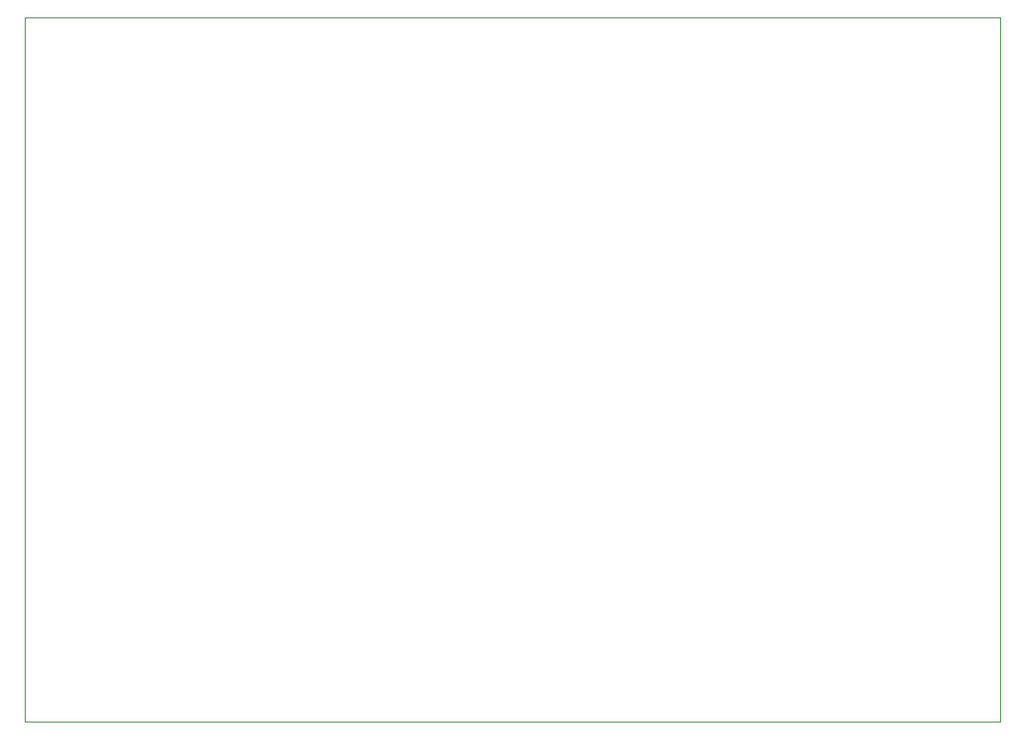
<source format=gbr>
%TF.GenerationSoftware,Altium Limited,Altium Designer,25.1.2 (22)*%
G04 Layer_Color=0*
%FSLAX25Y25*%
%MOIN*%
%TF.SameCoordinates,C6B27E67-7A8A-4C38-9DB9-D7D7B609FA95*%
%TF.FilePolarity,Positive*%
%TF.FileFunction,Profile,NP*%
%TF.Part,Single*%
G01*
G75*
%TA.AperFunction,Profile*%
%ADD65C,0.00100*%
D65*
X66929Y3937D02*
Y259842D01*
X421260D01*
Y3937D01*
X66929D01*
%TF.MD5,eaaa1755041f9a2f4044ca15ce5c8cb7*%
M02*

</source>
